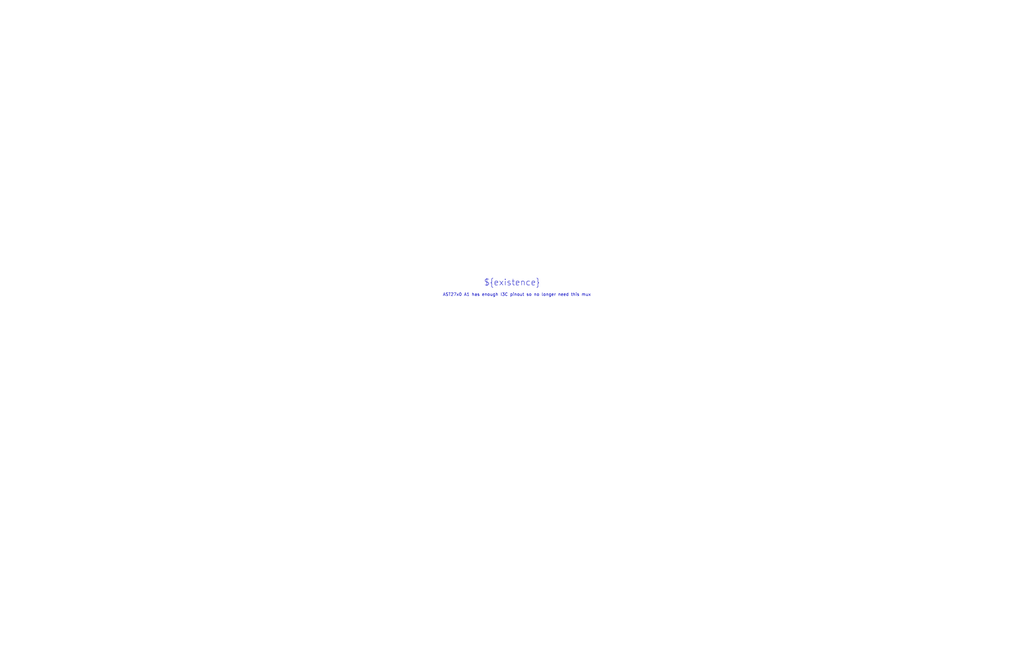
<source format=kicad_sch>
(kicad_sch
	(version 20231120)
	(generator "eeschema")
	(generator_version "8.0")
	(uuid "6a408ec3-d88d-4a66-957b-406ed0b2c9a6")
	(paper "B")
	(title_block
		(title "${PROJ}")
		(rev "${REV}")
		(company "${RPN}")
		(comment 1 "I3C MUX")
	)
	(lib_symbols)
	(text "${existence}"
		(exclude_from_sim no)
		(at 215.9 119.38 0)
		(effects
			(font
				(size 2.54 2.54)
			)
		)
		(uuid "0a4e6abf-c34e-4746-8d4c-8a41e2f2e0f7")
	)
	(text "AST27x0 A1 has enough I3C pinout so no longer need this mux"
		(exclude_from_sim no)
		(at 186.69 124.46 0)
		(effects
			(font
				(size 1.27 1.27)
			)
			(justify left)
		)
		(uuid "2aba3810-5c59-47d2-9ff3-684470b7a3f2")
	)
)

</source>
